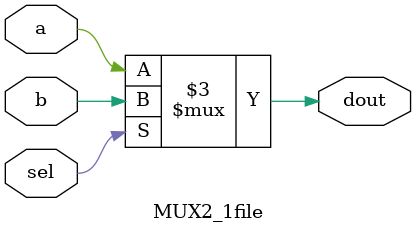
<source format=v>
`timescale 1ns / 1ps


module MUX2_1file(
    input a,
    input b,
    input sel,
    output reg dout
    );
    
    always @(*)
    begin
    if(sel)
        dout = b;
    else
        dout = a;
    end    
endmodule

</source>
